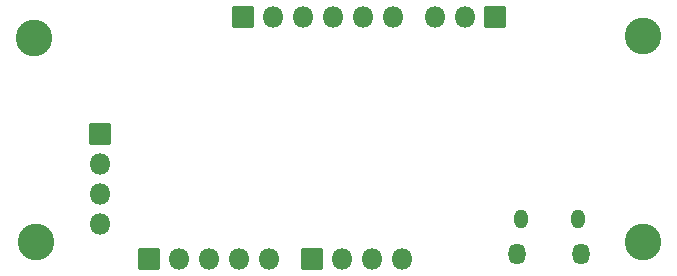
<source format=gbs>
%TF.GenerationSoftware,KiCad,Pcbnew,(6.0.1)*%
%TF.CreationDate,2022-01-27T16:39:24-05:00*%
%TF.ProjectId,MAX_86916,4d41585f-3836-4393-9136-2e6b69636164,rev?*%
%TF.SameCoordinates,Original*%
%TF.FileFunction,Soldermask,Bot*%
%TF.FilePolarity,Negative*%
%FSLAX46Y46*%
G04 Gerber Fmt 4.6, Leading zero omitted, Abs format (unit mm)*
G04 Created by KiCad (PCBNEW (6.0.1)) date 2022-01-27 16:39:24*
%MOMM*%
%LPD*%
G01*
G04 APERTURE LIST*
G04 Aperture macros list*
%AMRoundRect*
0 Rectangle with rounded corners*
0 $1 Rounding radius*
0 $2 $3 $4 $5 $6 $7 $8 $9 X,Y pos of 4 corners*
0 Add a 4 corners polygon primitive as box body*
4,1,4,$2,$3,$4,$5,$6,$7,$8,$9,$2,$3,0*
0 Add four circle primitives for the rounded corners*
1,1,$1+$1,$2,$3*
1,1,$1+$1,$4,$5*
1,1,$1+$1,$6,$7*
1,1,$1+$1,$8,$9*
0 Add four rect primitives between the rounded corners*
20,1,$1+$1,$2,$3,$4,$5,0*
20,1,$1+$1,$4,$5,$6,$7,0*
20,1,$1+$1,$6,$7,$8,$9,0*
20,1,$1+$1,$8,$9,$2,$3,0*%
G04 Aperture macros list end*
%ADD10RoundRect,0.050800X-0.850000X-0.850000X0.850000X-0.850000X0.850000X0.850000X-0.850000X0.850000X0*%
%ADD11O,1.801600X1.801600*%
%ADD12C,3.101600*%
%ADD13RoundRect,0.050800X0.850000X-0.850000X0.850000X0.850000X-0.850000X0.850000X-0.850000X-0.850000X0*%
%ADD14O,1.451600X1.801600*%
%ADD15O,1.201600X1.601600*%
%ADD16RoundRect,0.050800X-0.850000X0.850000X-0.850000X-0.850000X0.850000X-0.850000X0.850000X0.850000X0*%
G04 APERTURE END LIST*
D10*
%TO.C,J2*%
X57787500Y-111400000D03*
D11*
X57787500Y-113940000D03*
X57787500Y-116480000D03*
X57787500Y-119020000D03*
%TD*%
D12*
%TO.C,H3*%
X52200000Y-103300000D03*
%TD*%
D13*
%TO.C,J4*%
X61912500Y-122000000D03*
D11*
X64452500Y-122000000D03*
X66992500Y-122000000D03*
X69532500Y-122000000D03*
X72072500Y-122000000D03*
%TD*%
D14*
%TO.C,J6*%
X93045000Y-121615000D03*
D15*
X98195000Y-118615000D03*
D14*
X98505000Y-121615000D03*
D15*
X93355000Y-118615000D03*
%TD*%
D12*
%TO.C,H2*%
X103700000Y-120600000D03*
%TD*%
%TO.C,H4*%
X103700000Y-103100000D03*
%TD*%
D16*
%TO.C,J5*%
X91225000Y-101500000D03*
D11*
X88685000Y-101500000D03*
X86145000Y-101500000D03*
%TD*%
D13*
%TO.C,J1*%
X75700000Y-122000000D03*
D11*
X78240000Y-122000000D03*
X80780000Y-122000000D03*
X83320000Y-122000000D03*
%TD*%
D12*
%TO.C,H1*%
X52300000Y-120600000D03*
%TD*%
D13*
%TO.C,J3*%
X69850000Y-101500000D03*
D11*
X72390000Y-101500000D03*
X74930000Y-101500000D03*
X77470000Y-101500000D03*
X80010000Y-101500000D03*
X82550000Y-101500000D03*
%TD*%
M02*

</source>
